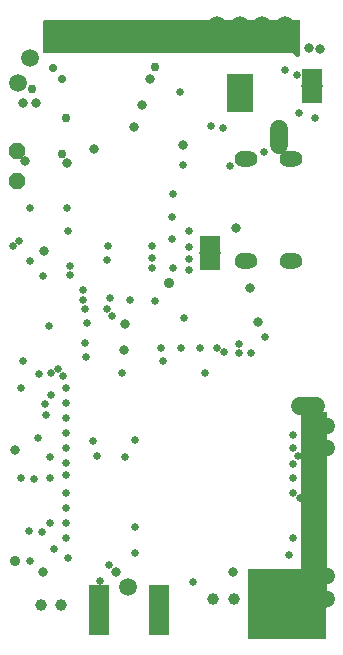
<source format=gbr>
G04 EAGLE Gerber RS-274X export*
G75*
%MOMM*%
%FSLAX34Y34*%
%LPD*%
%INSoldermask Bottom*%
%IPPOS*%
%AMOC8*
5,1,8,0,0,1.08239X$1,22.5*%
G01*
%ADD10R,6.667500X6.032500*%
%ADD11R,2.222500X15.398750*%
%ADD12C,1.003200*%
%ADD13P,1.429621X8X112.500000*%
%ADD14R,1.803400X1.371600*%
%ADD15R,1.828800X0.152400*%
%ADD16R,1.727200X4.267200*%
%ADD17C,1.524000*%
%ADD18R,0.653200X0.653200*%
%ADD19C,0.653200*%
%ADD20C,0.753200*%
%ADD21C,0.703200*%
%ADD22C,1.508000*%
%ADD23C,0.803200*%
%ADD24C,0.903200*%

G36*
X245632Y489593D02*
X245632Y489593D01*
X245669Y489589D01*
X245717Y489607D01*
X245767Y489616D01*
X245802Y489640D01*
X245831Y489651D01*
X245852Y489673D01*
X245887Y489697D01*
X247919Y491729D01*
X247959Y491794D01*
X248003Y491856D01*
X248005Y491868D01*
X248010Y491876D01*
X248014Y491913D01*
X248030Y491998D01*
X248030Y520700D01*
X248019Y520750D01*
X248017Y520801D01*
X247999Y520833D01*
X247991Y520869D01*
X247958Y520908D01*
X247934Y520953D01*
X247904Y520974D01*
X247881Y521002D01*
X247834Y521023D01*
X247792Y521053D01*
X247750Y521061D01*
X247722Y521073D01*
X247692Y521072D01*
X247650Y521080D01*
X31115Y521080D01*
X31065Y521069D01*
X31014Y521067D01*
X30982Y521049D01*
X30946Y521041D01*
X30907Y521008D01*
X30862Y520984D01*
X30841Y520954D01*
X30813Y520931D01*
X30792Y520884D01*
X30762Y520842D01*
X30754Y520800D01*
X30742Y520772D01*
X30743Y520742D01*
X30735Y520700D01*
X30735Y493522D01*
X30746Y493472D01*
X30748Y493421D01*
X30766Y493389D01*
X30774Y493353D01*
X30807Y493314D01*
X30831Y493269D01*
X30861Y493248D01*
X30884Y493220D01*
X30931Y493199D01*
X30973Y493169D01*
X31015Y493161D01*
X31043Y493149D01*
X31073Y493150D01*
X31115Y493142D01*
X241905Y493142D01*
X245349Y489697D01*
X245392Y489670D01*
X245430Y489636D01*
X245465Y489625D01*
X245496Y489606D01*
X245547Y489601D01*
X245596Y489586D01*
X245632Y489593D01*
G37*
G36*
X205159Y397333D02*
X205159Y397333D01*
X205161Y397331D01*
X206429Y397456D01*
X206434Y397461D01*
X206438Y397458D01*
X207658Y397828D01*
X207662Y397834D01*
X207667Y397831D01*
X208790Y398432D01*
X208793Y398439D01*
X208798Y398437D01*
X209783Y399246D01*
X209785Y399253D01*
X209790Y399253D01*
X210599Y400238D01*
X210599Y400245D01*
X210604Y400246D01*
X211205Y401369D01*
X211204Y401377D01*
X211208Y401378D01*
X211578Y402598D01*
X211576Y402604D01*
X211580Y402607D01*
X211705Y403875D01*
X211701Y403881D01*
X211705Y403885D01*
X211580Y405153D01*
X211575Y405158D01*
X211578Y405162D01*
X211208Y406382D01*
X211203Y406386D01*
X211205Y406391D01*
X210604Y407514D01*
X210597Y407517D01*
X210599Y407522D01*
X209790Y408507D01*
X209783Y408509D01*
X209783Y408514D01*
X208798Y409323D01*
X208791Y409323D01*
X208790Y409328D01*
X207667Y409929D01*
X207660Y409928D01*
X207658Y409932D01*
X206438Y410302D01*
X206432Y410300D01*
X206429Y410304D01*
X205161Y410429D01*
X205158Y410427D01*
X205156Y410429D01*
X199156Y410429D01*
X199153Y410427D01*
X199151Y410429D01*
X197883Y410304D01*
X197878Y410299D01*
X197874Y410302D01*
X196654Y409932D01*
X196650Y409927D01*
X196645Y409929D01*
X195522Y409328D01*
X195519Y409321D01*
X195514Y409323D01*
X194529Y408514D01*
X194527Y408507D01*
X194522Y408507D01*
X193713Y407522D01*
X193713Y407515D01*
X193708Y407514D01*
X193107Y406391D01*
X193108Y406384D01*
X193104Y406382D01*
X192734Y405162D01*
X192736Y405156D01*
X192732Y405153D01*
X192607Y403885D01*
X192611Y403879D01*
X192607Y403875D01*
X192732Y402607D01*
X192737Y402602D01*
X192734Y402598D01*
X193104Y401378D01*
X193110Y401374D01*
X193107Y401369D01*
X193708Y400246D01*
X193715Y400243D01*
X193713Y400238D01*
X194522Y399253D01*
X194529Y399251D01*
X194529Y399246D01*
X195514Y398437D01*
X195521Y398437D01*
X195522Y398432D01*
X196645Y397831D01*
X196653Y397832D01*
X196654Y397828D01*
X197874Y397458D01*
X197880Y397460D01*
X197883Y397456D01*
X199151Y397331D01*
X199154Y397333D01*
X199156Y397331D01*
X205156Y397331D01*
X205159Y397333D01*
G37*
G36*
X243159Y397333D02*
X243159Y397333D01*
X243161Y397331D01*
X244429Y397456D01*
X244434Y397461D01*
X244438Y397458D01*
X245658Y397828D01*
X245662Y397834D01*
X245667Y397831D01*
X246790Y398432D01*
X246793Y398439D01*
X246798Y398437D01*
X247783Y399246D01*
X247785Y399253D01*
X247790Y399253D01*
X248599Y400238D01*
X248599Y400245D01*
X248604Y400246D01*
X249205Y401369D01*
X249204Y401377D01*
X249208Y401378D01*
X249578Y402598D01*
X249576Y402604D01*
X249580Y402607D01*
X249705Y403875D01*
X249701Y403881D01*
X249705Y403885D01*
X249580Y405153D01*
X249575Y405158D01*
X249578Y405162D01*
X249208Y406382D01*
X249203Y406386D01*
X249205Y406391D01*
X248604Y407514D01*
X248597Y407517D01*
X248599Y407522D01*
X247790Y408507D01*
X247783Y408509D01*
X247783Y408514D01*
X246798Y409323D01*
X246791Y409323D01*
X246790Y409328D01*
X245667Y409929D01*
X245660Y409928D01*
X245658Y409932D01*
X244438Y410302D01*
X244432Y410300D01*
X244429Y410304D01*
X243161Y410429D01*
X243158Y410427D01*
X243156Y410429D01*
X237156Y410429D01*
X237153Y410427D01*
X237151Y410429D01*
X235883Y410304D01*
X235878Y410299D01*
X235874Y410302D01*
X234654Y409932D01*
X234650Y409927D01*
X234645Y409929D01*
X233522Y409328D01*
X233519Y409321D01*
X233514Y409323D01*
X232529Y408514D01*
X232527Y408507D01*
X232522Y408507D01*
X231713Y407522D01*
X231713Y407515D01*
X231708Y407514D01*
X231107Y406391D01*
X231108Y406384D01*
X231104Y406382D01*
X230734Y405162D01*
X230736Y405156D01*
X230732Y405153D01*
X230607Y403885D01*
X230611Y403879D01*
X230607Y403875D01*
X230732Y402607D01*
X230737Y402602D01*
X230734Y402598D01*
X231104Y401378D01*
X231110Y401374D01*
X231107Y401369D01*
X231708Y400246D01*
X231715Y400243D01*
X231713Y400238D01*
X232522Y399253D01*
X232529Y399251D01*
X232529Y399246D01*
X233514Y398437D01*
X233521Y398437D01*
X233522Y398432D01*
X234645Y397831D01*
X234653Y397832D01*
X234654Y397828D01*
X235874Y397458D01*
X235880Y397460D01*
X235883Y397456D01*
X237151Y397331D01*
X237154Y397333D01*
X237156Y397331D01*
X243156Y397331D01*
X243159Y397333D01*
G37*
G36*
X205159Y310933D02*
X205159Y310933D01*
X205161Y310931D01*
X206429Y311056D01*
X206434Y311061D01*
X206438Y311058D01*
X207658Y311428D01*
X207662Y311434D01*
X207667Y311431D01*
X208790Y312032D01*
X208793Y312039D01*
X208798Y312037D01*
X209783Y312846D01*
X209785Y312853D01*
X209790Y312853D01*
X210599Y313838D01*
X210599Y313845D01*
X210604Y313846D01*
X211205Y314969D01*
X211204Y314977D01*
X211208Y314978D01*
X211578Y316198D01*
X211576Y316204D01*
X211580Y316207D01*
X211705Y317475D01*
X211701Y317481D01*
X211705Y317485D01*
X211580Y318753D01*
X211575Y318758D01*
X211578Y318762D01*
X211208Y319982D01*
X211203Y319986D01*
X211205Y319991D01*
X210604Y321114D01*
X210597Y321117D01*
X210599Y321122D01*
X209790Y322107D01*
X209783Y322109D01*
X209783Y322114D01*
X208798Y322923D01*
X208791Y322923D01*
X208790Y322928D01*
X207667Y323529D01*
X207660Y323528D01*
X207658Y323532D01*
X206438Y323902D01*
X206432Y323900D01*
X206429Y323904D01*
X205161Y324029D01*
X205158Y324027D01*
X205156Y324029D01*
X199156Y324029D01*
X199153Y324027D01*
X199151Y324029D01*
X197883Y323904D01*
X197878Y323899D01*
X197874Y323902D01*
X196654Y323532D01*
X196650Y323527D01*
X196645Y323529D01*
X195522Y322928D01*
X195519Y322921D01*
X195514Y322923D01*
X194529Y322114D01*
X194527Y322107D01*
X194522Y322107D01*
X193713Y321122D01*
X193713Y321115D01*
X193708Y321114D01*
X193107Y319991D01*
X193108Y319984D01*
X193104Y319982D01*
X192734Y318762D01*
X192736Y318756D01*
X192732Y318753D01*
X192607Y317485D01*
X192611Y317479D01*
X192607Y317475D01*
X192732Y316207D01*
X192737Y316202D01*
X192734Y316198D01*
X193104Y314978D01*
X193110Y314974D01*
X193107Y314969D01*
X193708Y313846D01*
X193715Y313843D01*
X193713Y313838D01*
X194522Y312853D01*
X194529Y312851D01*
X194529Y312846D01*
X195514Y312037D01*
X195521Y312037D01*
X195522Y312032D01*
X196645Y311431D01*
X196653Y311432D01*
X196654Y311428D01*
X197874Y311058D01*
X197880Y311060D01*
X197883Y311056D01*
X199151Y310931D01*
X199154Y310933D01*
X199156Y310931D01*
X205156Y310931D01*
X205159Y310933D01*
G37*
G36*
X243159Y310933D02*
X243159Y310933D01*
X243161Y310931D01*
X244429Y311056D01*
X244434Y311061D01*
X244438Y311058D01*
X245658Y311428D01*
X245662Y311434D01*
X245667Y311431D01*
X246790Y312032D01*
X246793Y312039D01*
X246798Y312037D01*
X247783Y312846D01*
X247785Y312853D01*
X247790Y312853D01*
X248599Y313838D01*
X248599Y313845D01*
X248604Y313846D01*
X249205Y314969D01*
X249204Y314977D01*
X249208Y314978D01*
X249578Y316198D01*
X249576Y316204D01*
X249580Y316207D01*
X249705Y317475D01*
X249701Y317481D01*
X249705Y317485D01*
X249580Y318753D01*
X249575Y318758D01*
X249578Y318762D01*
X249208Y319982D01*
X249203Y319986D01*
X249205Y319991D01*
X248604Y321114D01*
X248597Y321117D01*
X248599Y321122D01*
X247790Y322107D01*
X247783Y322109D01*
X247783Y322114D01*
X246798Y322923D01*
X246791Y322923D01*
X246790Y322928D01*
X245667Y323529D01*
X245660Y323528D01*
X245658Y323532D01*
X244438Y323902D01*
X244432Y323900D01*
X244429Y323904D01*
X243161Y324029D01*
X243158Y324027D01*
X243156Y324029D01*
X237156Y324029D01*
X237153Y324027D01*
X237151Y324029D01*
X235883Y323904D01*
X235878Y323899D01*
X235874Y323902D01*
X234654Y323532D01*
X234650Y323527D01*
X234645Y323529D01*
X233522Y322928D01*
X233519Y322921D01*
X233514Y322923D01*
X232529Y322114D01*
X232527Y322107D01*
X232522Y322107D01*
X231713Y321122D01*
X231713Y321115D01*
X231708Y321114D01*
X231107Y319991D01*
X231108Y319984D01*
X231104Y319982D01*
X230734Y318762D01*
X230736Y318756D01*
X230732Y318753D01*
X230607Y317485D01*
X230611Y317479D01*
X230607Y317475D01*
X230732Y316207D01*
X230737Y316202D01*
X230734Y316198D01*
X231104Y314978D01*
X231110Y314974D01*
X231107Y314969D01*
X231708Y313846D01*
X231715Y313843D01*
X231713Y313838D01*
X232522Y312853D01*
X232529Y312851D01*
X232529Y312846D01*
X233514Y312037D01*
X233521Y312037D01*
X233522Y312032D01*
X234645Y311431D01*
X234653Y311432D01*
X234654Y311428D01*
X235874Y311058D01*
X235880Y311060D01*
X235883Y311056D01*
X237151Y310931D01*
X237154Y310933D01*
X237156Y310931D01*
X243156Y310931D01*
X243159Y310933D01*
G37*
D10*
X236601Y27115D03*
D11*
X260096Y112109D03*
D12*
X45267Y26035D03*
X28267Y26035D03*
D13*
X8001Y385001D03*
X8001Y410401D03*
D14*
X258445Y458089D03*
X258445Y473329D03*
D15*
X258445Y465709D03*
D16*
X77470Y22098D03*
X128270Y22098D03*
D12*
X191634Y31496D03*
X174634Y31496D03*
D17*
X230378Y415544D02*
X230378Y428752D01*
X247904Y194818D02*
X261112Y194818D01*
D14*
X171450Y316230D03*
X171450Y331470D03*
D15*
X171450Y323850D03*
D18*
X205105Y446786D03*
X189865Y446786D03*
X194945Y446786D03*
X200025Y446786D03*
X205105Y462026D03*
X205105Y467106D03*
X205105Y456946D03*
X205105Y451866D03*
X205105Y472186D03*
X200025Y451866D03*
X194945Y451866D03*
X189865Y451866D03*
X200025Y456946D03*
X194945Y456946D03*
X189865Y456946D03*
X200025Y462026D03*
X194945Y462026D03*
X189865Y462026D03*
X200025Y467106D03*
X194945Y467106D03*
X189865Y467106D03*
X200025Y472186D03*
X194945Y472186D03*
X189865Y472186D03*
D19*
X146025Y460324D03*
X182944Y429959D03*
D20*
X125222Y481711D03*
D21*
X46482Y471170D03*
D19*
X78232Y46228D03*
D22*
X128270Y26162D03*
X9271Y468122D03*
D19*
X53086Y313309D03*
X49911Y196850D03*
X49911Y95250D03*
X122682Y311404D03*
X238506Y68072D03*
X32639Y186563D03*
X245999Y152273D03*
X149098Y398272D03*
X217678Y409448D03*
X177237Y244029D03*
X196342Y239522D03*
X140462Y311150D03*
X139954Y336296D03*
X139954Y354330D03*
X140716Y374396D03*
X150114Y268986D03*
X167132Y222504D03*
X97282Y222504D03*
X99568Y151130D03*
X107950Y165608D03*
X36585Y95358D03*
X36585Y133350D03*
X13208Y232664D03*
X30734Y304546D03*
X35560Y262636D03*
X4572Y329692D03*
X154178Y309626D03*
D20*
X21082Y462661D03*
D22*
X19050Y488950D03*
D19*
X49911Y209550D03*
D23*
X255778Y497967D03*
D19*
X26281Y167865D03*
X196596Y246761D03*
X10414Y333883D03*
X163576Y243781D03*
X64008Y292608D03*
D23*
X6350Y157260D03*
D19*
X19050Y317500D03*
D24*
X6350Y63500D03*
D19*
X247866Y116624D03*
X49911Y184150D03*
X242189Y170180D03*
D22*
X102616Y40894D03*
D19*
X49911Y82550D03*
D22*
X46736Y501650D03*
X69469Y501904D03*
X88900Y501650D03*
X111125Y501650D03*
X130175Y501650D03*
X149225Y501650D03*
X177800Y517525D03*
X196850Y517525D03*
X215900Y517525D03*
X234950Y517525D03*
D23*
X107061Y430784D03*
D19*
X124958Y283813D03*
D21*
X38597Y480367D03*
D23*
X120705Y471487D03*
D22*
X269875Y177800D03*
X269875Y158750D03*
X269621Y50673D03*
X269875Y30861D03*
D23*
X148680Y415888D03*
X114300Y449816D03*
D20*
X46736Y408178D03*
D23*
X73279Y411988D03*
X99872Y263881D03*
X14965Y401574D03*
X13441Y450850D03*
D19*
X218313Y253161D03*
X172942Y431514D03*
X235070Y478729D03*
X247396Y442976D03*
X245654Y474486D03*
X260350Y438150D03*
X188468Y397637D03*
D23*
X205486Y294640D03*
X193675Y345440D03*
D24*
X136652Y298704D03*
D19*
X51181Y342392D03*
D23*
X31082Y325374D03*
D19*
X67438Y265049D03*
D23*
X24569Y451289D03*
X50800Y400050D03*
D20*
X50166Y438403D03*
D19*
X242189Y120904D03*
D23*
X264541Y496443D03*
D19*
X242189Y82550D03*
D23*
X191008Y53975D03*
X92075Y53975D03*
X30400Y53721D03*
D19*
X51653Y65659D03*
X36882Y203709D03*
X11684Y209550D03*
X47684Y219642D03*
X49911Y120650D03*
X49911Y108204D03*
X242189Y133350D03*
X242189Y145796D03*
X242189Y158750D03*
X49911Y158750D03*
X26543Y221497D03*
X43449Y225797D03*
X103886Y284162D03*
D23*
X211975Y265950D03*
D19*
X206027Y239807D03*
X88832Y271090D03*
X49911Y171450D03*
X157734Y45280D03*
D23*
X99060Y242189D03*
D19*
X53150Y305426D03*
X49911Y136525D03*
X183261Y240284D03*
X147512Y243267D03*
X129921Y243629D03*
X131572Y232481D03*
X49911Y146050D03*
X50842Y361950D03*
X19050Y361950D03*
X154178Y318770D03*
X122428Y319786D03*
X84845Y317754D03*
X87190Y286004D03*
X64262Y284548D03*
X66223Y247504D03*
X72499Y165100D03*
X107950Y69850D03*
X18610Y88900D03*
X86313Y59991D03*
X154178Y329438D03*
X122936Y329946D03*
X85031Y329946D03*
X84464Y276878D03*
X66268Y276580D03*
X66901Y236344D03*
X76200Y152400D03*
X107950Y91880D03*
X19650Y63500D03*
X11870Y133350D03*
X36830Y222460D03*
X39484Y73508D03*
X36322Y151257D03*
X32063Y196021D03*
X23102Y132842D03*
X29210Y87884D03*
X153856Y342900D03*
M02*

</source>
